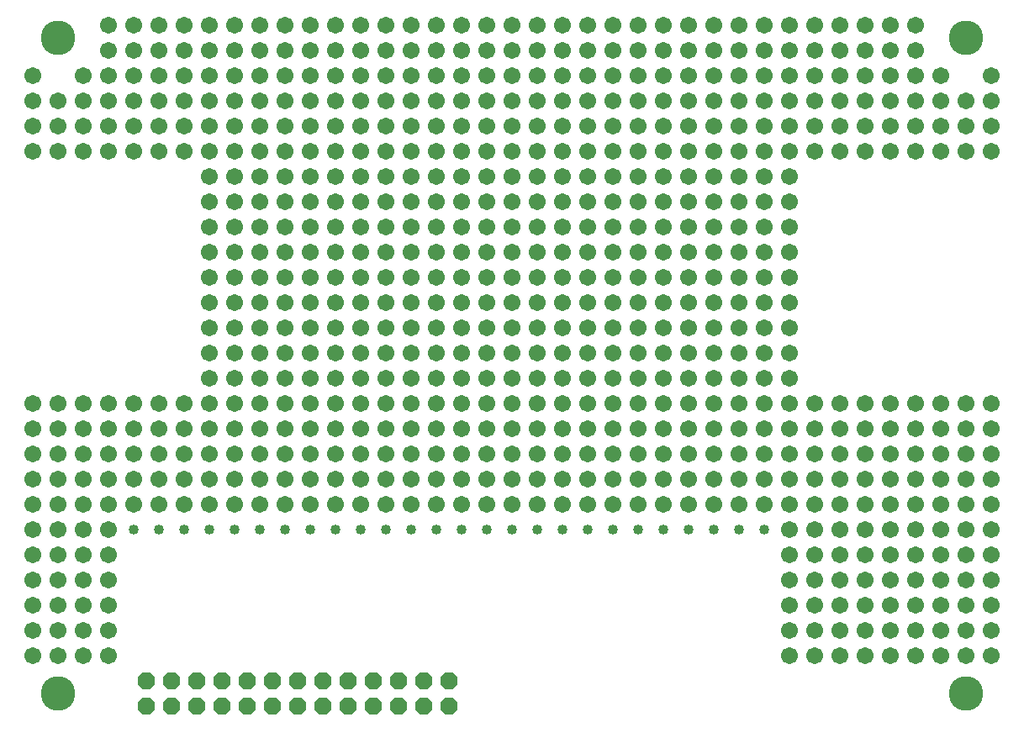
<source format=gts>
G75*
%MOIN*%
%OFA0B0*%
%FSLAX25Y25*%
%IPPOS*%
%LPD*%
%AMOC8*
5,1,8,0,0,1.08239X$1,22.5*
%
%ADD10C,0.13700*%
%ADD11C,0.04000*%
%ADD12OC8,0.06800*%
%ADD13C,0.06706*%
D10*
X0016000Y0041300D03*
X0016000Y0301300D03*
X0376000Y0301300D03*
X0376000Y0041300D03*
D11*
X0296000Y0106300D03*
X0286000Y0106300D03*
X0276000Y0106300D03*
X0266000Y0106300D03*
X0256000Y0106300D03*
X0246000Y0106300D03*
X0236000Y0106300D03*
X0226000Y0106300D03*
X0216000Y0106300D03*
X0206000Y0106300D03*
X0196000Y0106300D03*
X0186000Y0106300D03*
X0176000Y0106300D03*
X0166000Y0106300D03*
X0156000Y0106300D03*
X0146000Y0106300D03*
X0136000Y0106300D03*
X0126000Y0106300D03*
X0116000Y0106300D03*
X0106000Y0106300D03*
X0096000Y0106300D03*
X0086000Y0106300D03*
X0076000Y0106300D03*
X0066000Y0106300D03*
X0056000Y0106300D03*
X0046000Y0106300D03*
D12*
X0051000Y0046300D03*
X0061000Y0046300D03*
X0061000Y0036300D03*
X0051000Y0036300D03*
X0071000Y0036300D03*
X0081000Y0036300D03*
X0081000Y0046300D03*
X0071000Y0046300D03*
X0091000Y0046300D03*
X0101000Y0046300D03*
X0101000Y0036300D03*
X0091000Y0036300D03*
X0111000Y0036300D03*
X0121000Y0036300D03*
X0121000Y0046300D03*
X0111000Y0046300D03*
X0131000Y0046300D03*
X0131000Y0036300D03*
X0141000Y0036300D03*
X0151000Y0036300D03*
X0151000Y0046300D03*
X0141000Y0046300D03*
X0161000Y0046300D03*
X0171000Y0046300D03*
X0171000Y0036300D03*
X0161000Y0036300D03*
D13*
X0156000Y0116300D03*
X0146000Y0116300D03*
X0146000Y0126300D03*
X0156000Y0126300D03*
X0156000Y0136300D03*
X0146000Y0136300D03*
X0136000Y0136300D03*
X0126000Y0136300D03*
X0126000Y0126300D03*
X0136000Y0126300D03*
X0136000Y0116300D03*
X0126000Y0116300D03*
X0116000Y0116300D03*
X0106000Y0116300D03*
X0106000Y0126300D03*
X0116000Y0126300D03*
X0116000Y0136300D03*
X0106000Y0136300D03*
X0096000Y0136300D03*
X0096000Y0126300D03*
X0096000Y0116300D03*
X0086000Y0116300D03*
X0076000Y0116300D03*
X0076000Y0126300D03*
X0086000Y0126300D03*
X0086000Y0136300D03*
X0076000Y0136300D03*
X0066000Y0136300D03*
X0056000Y0136300D03*
X0056000Y0126300D03*
X0066000Y0126300D03*
X0066000Y0116300D03*
X0056000Y0116300D03*
X0046000Y0116300D03*
X0036000Y0116300D03*
X0036000Y0106300D03*
X0036000Y0096300D03*
X0036000Y0086300D03*
X0036000Y0076300D03*
X0026000Y0076300D03*
X0016000Y0076300D03*
X0016000Y0086300D03*
X0026000Y0086300D03*
X0026000Y0096300D03*
X0016000Y0096300D03*
X0016000Y0106300D03*
X0026000Y0106300D03*
X0026000Y0116300D03*
X0016000Y0116300D03*
X0016000Y0126300D03*
X0026000Y0126300D03*
X0026000Y0136300D03*
X0016000Y0136300D03*
X0006000Y0136300D03*
X0006000Y0126300D03*
X0006000Y0116300D03*
X0006000Y0106300D03*
X0006000Y0096300D03*
X0006000Y0086300D03*
X0006000Y0076300D03*
X0006000Y0066300D03*
X0006000Y0056300D03*
X0016000Y0056300D03*
X0026000Y0056300D03*
X0026000Y0066300D03*
X0016000Y0066300D03*
X0036000Y0066300D03*
X0036000Y0056300D03*
X0036000Y0126300D03*
X0046000Y0126300D03*
X0046000Y0136300D03*
X0036000Y0136300D03*
X0036000Y0146300D03*
X0046000Y0146300D03*
X0046000Y0156300D03*
X0036000Y0156300D03*
X0026000Y0156300D03*
X0016000Y0156300D03*
X0016000Y0146300D03*
X0026000Y0146300D03*
X0006000Y0146300D03*
X0006000Y0156300D03*
X0056000Y0156300D03*
X0066000Y0156300D03*
X0066000Y0146300D03*
X0056000Y0146300D03*
X0076000Y0146300D03*
X0086000Y0146300D03*
X0086000Y0156300D03*
X0076000Y0156300D03*
X0076000Y0166300D03*
X0086000Y0166300D03*
X0086000Y0176300D03*
X0076000Y0176300D03*
X0076000Y0186300D03*
X0086000Y0186300D03*
X0086000Y0196300D03*
X0076000Y0196300D03*
X0076000Y0206300D03*
X0086000Y0206300D03*
X0086000Y0216300D03*
X0076000Y0216300D03*
X0076000Y0226300D03*
X0086000Y0226300D03*
X0086000Y0236300D03*
X0076000Y0236300D03*
X0076000Y0246300D03*
X0086000Y0246300D03*
X0086000Y0256300D03*
X0076000Y0256300D03*
X0076000Y0266300D03*
X0086000Y0266300D03*
X0096000Y0266300D03*
X0096000Y0256300D03*
X0096000Y0246300D03*
X0096000Y0236300D03*
X0096000Y0226300D03*
X0096000Y0216300D03*
X0096000Y0206300D03*
X0106000Y0206300D03*
X0116000Y0206300D03*
X0116000Y0216300D03*
X0106000Y0216300D03*
X0106000Y0226300D03*
X0116000Y0226300D03*
X0116000Y0236300D03*
X0106000Y0236300D03*
X0106000Y0246300D03*
X0116000Y0246300D03*
X0116000Y0256300D03*
X0106000Y0256300D03*
X0106000Y0266300D03*
X0116000Y0266300D03*
X0126000Y0266300D03*
X0136000Y0266300D03*
X0136000Y0256300D03*
X0126000Y0256300D03*
X0126000Y0246300D03*
X0136000Y0246300D03*
X0136000Y0236300D03*
X0126000Y0236300D03*
X0126000Y0226300D03*
X0136000Y0226300D03*
X0136000Y0216300D03*
X0126000Y0216300D03*
X0126000Y0206300D03*
X0136000Y0206300D03*
X0146000Y0206300D03*
X0156000Y0206300D03*
X0156000Y0216300D03*
X0146000Y0216300D03*
X0146000Y0226300D03*
X0156000Y0226300D03*
X0156000Y0236300D03*
X0146000Y0236300D03*
X0146000Y0246300D03*
X0156000Y0246300D03*
X0156000Y0256300D03*
X0146000Y0256300D03*
X0146000Y0266300D03*
X0156000Y0266300D03*
X0166000Y0266300D03*
X0166000Y0256300D03*
X0166000Y0246300D03*
X0166000Y0236300D03*
X0166000Y0226300D03*
X0166000Y0216300D03*
X0166000Y0206300D03*
X0176000Y0206300D03*
X0186000Y0206300D03*
X0186000Y0216300D03*
X0176000Y0216300D03*
X0176000Y0226300D03*
X0186000Y0226300D03*
X0186000Y0236300D03*
X0176000Y0236300D03*
X0176000Y0246300D03*
X0186000Y0246300D03*
X0186000Y0256300D03*
X0176000Y0256300D03*
X0176000Y0266300D03*
X0186000Y0266300D03*
X0196000Y0266300D03*
X0206000Y0266300D03*
X0206000Y0256300D03*
X0196000Y0256300D03*
X0196000Y0246300D03*
X0206000Y0246300D03*
X0206000Y0236300D03*
X0196000Y0236300D03*
X0196000Y0226300D03*
X0206000Y0226300D03*
X0206000Y0216300D03*
X0196000Y0216300D03*
X0196000Y0206300D03*
X0206000Y0206300D03*
X0216000Y0206300D03*
X0226000Y0206300D03*
X0226000Y0216300D03*
X0216000Y0216300D03*
X0216000Y0226300D03*
X0226000Y0226300D03*
X0226000Y0236300D03*
X0216000Y0236300D03*
X0216000Y0246300D03*
X0226000Y0246300D03*
X0226000Y0256300D03*
X0216000Y0256300D03*
X0216000Y0266300D03*
X0226000Y0266300D03*
X0236000Y0266300D03*
X0246000Y0266300D03*
X0246000Y0256300D03*
X0236000Y0256300D03*
X0236000Y0246300D03*
X0246000Y0246300D03*
X0246000Y0236300D03*
X0236000Y0236300D03*
X0236000Y0226300D03*
X0246000Y0226300D03*
X0246000Y0216300D03*
X0236000Y0216300D03*
X0236000Y0206300D03*
X0246000Y0206300D03*
X0256000Y0206300D03*
X0256000Y0216300D03*
X0256000Y0226300D03*
X0256000Y0236300D03*
X0256000Y0246300D03*
X0256000Y0256300D03*
X0256000Y0266300D03*
X0266000Y0266300D03*
X0276000Y0266300D03*
X0276000Y0256300D03*
X0266000Y0256300D03*
X0266000Y0246300D03*
X0276000Y0246300D03*
X0276000Y0236300D03*
X0266000Y0236300D03*
X0266000Y0226300D03*
X0276000Y0226300D03*
X0276000Y0216300D03*
X0266000Y0216300D03*
X0266000Y0206300D03*
X0276000Y0206300D03*
X0286000Y0206300D03*
X0296000Y0206300D03*
X0296000Y0216300D03*
X0286000Y0216300D03*
X0286000Y0226300D03*
X0296000Y0226300D03*
X0296000Y0236300D03*
X0286000Y0236300D03*
X0286000Y0246300D03*
X0296000Y0246300D03*
X0296000Y0256300D03*
X0286000Y0256300D03*
X0286000Y0266300D03*
X0296000Y0266300D03*
X0306000Y0266300D03*
X0316000Y0266300D03*
X0316000Y0256300D03*
X0306000Y0256300D03*
X0306000Y0246300D03*
X0306000Y0236300D03*
X0306000Y0226300D03*
X0306000Y0216300D03*
X0306000Y0206300D03*
X0306000Y0196300D03*
X0306000Y0186300D03*
X0306000Y0176300D03*
X0306000Y0166300D03*
X0306000Y0156300D03*
X0316000Y0156300D03*
X0316000Y0146300D03*
X0306000Y0146300D03*
X0296000Y0146300D03*
X0286000Y0146300D03*
X0286000Y0156300D03*
X0296000Y0156300D03*
X0296000Y0166300D03*
X0286000Y0166300D03*
X0286000Y0176300D03*
X0296000Y0176300D03*
X0296000Y0186300D03*
X0286000Y0186300D03*
X0286000Y0196300D03*
X0296000Y0196300D03*
X0276000Y0196300D03*
X0266000Y0196300D03*
X0266000Y0186300D03*
X0276000Y0186300D03*
X0276000Y0176300D03*
X0266000Y0176300D03*
X0266000Y0166300D03*
X0276000Y0166300D03*
X0276000Y0156300D03*
X0266000Y0156300D03*
X0266000Y0146300D03*
X0276000Y0146300D03*
X0276000Y0136300D03*
X0266000Y0136300D03*
X0266000Y0126300D03*
X0276000Y0126300D03*
X0276000Y0116300D03*
X0266000Y0116300D03*
X0256000Y0116300D03*
X0256000Y0126300D03*
X0256000Y0136300D03*
X0246000Y0136300D03*
X0236000Y0136300D03*
X0236000Y0126300D03*
X0246000Y0126300D03*
X0246000Y0116300D03*
X0236000Y0116300D03*
X0226000Y0116300D03*
X0216000Y0116300D03*
X0216000Y0126300D03*
X0226000Y0126300D03*
X0226000Y0136300D03*
X0216000Y0136300D03*
X0206000Y0136300D03*
X0196000Y0136300D03*
X0196000Y0126300D03*
X0206000Y0126300D03*
X0206000Y0116300D03*
X0196000Y0116300D03*
X0186000Y0116300D03*
X0176000Y0116300D03*
X0176000Y0126300D03*
X0186000Y0126300D03*
X0186000Y0136300D03*
X0176000Y0136300D03*
X0166000Y0136300D03*
X0166000Y0126300D03*
X0166000Y0116300D03*
X0166000Y0146300D03*
X0166000Y0156300D03*
X0166000Y0166300D03*
X0166000Y0176300D03*
X0166000Y0186300D03*
X0166000Y0196300D03*
X0156000Y0196300D03*
X0146000Y0196300D03*
X0146000Y0186300D03*
X0156000Y0186300D03*
X0156000Y0176300D03*
X0146000Y0176300D03*
X0146000Y0166300D03*
X0156000Y0166300D03*
X0156000Y0156300D03*
X0146000Y0156300D03*
X0146000Y0146300D03*
X0156000Y0146300D03*
X0136000Y0146300D03*
X0126000Y0146300D03*
X0126000Y0156300D03*
X0136000Y0156300D03*
X0136000Y0166300D03*
X0126000Y0166300D03*
X0126000Y0176300D03*
X0136000Y0176300D03*
X0136000Y0186300D03*
X0126000Y0186300D03*
X0126000Y0196300D03*
X0136000Y0196300D03*
X0116000Y0196300D03*
X0106000Y0196300D03*
X0106000Y0186300D03*
X0116000Y0186300D03*
X0116000Y0176300D03*
X0106000Y0176300D03*
X0106000Y0166300D03*
X0116000Y0166300D03*
X0116000Y0156300D03*
X0106000Y0156300D03*
X0106000Y0146300D03*
X0116000Y0146300D03*
X0096000Y0146300D03*
X0096000Y0156300D03*
X0096000Y0166300D03*
X0096000Y0176300D03*
X0096000Y0186300D03*
X0096000Y0196300D03*
X0066000Y0256300D03*
X0056000Y0256300D03*
X0056000Y0266300D03*
X0066000Y0266300D03*
X0066000Y0276300D03*
X0056000Y0276300D03*
X0056000Y0286300D03*
X0066000Y0286300D03*
X0066000Y0296300D03*
X0056000Y0296300D03*
X0056000Y0306300D03*
X0066000Y0306300D03*
X0076000Y0306300D03*
X0086000Y0306300D03*
X0086000Y0296300D03*
X0076000Y0296300D03*
X0076000Y0286300D03*
X0086000Y0286300D03*
X0086000Y0276300D03*
X0076000Y0276300D03*
X0096000Y0276300D03*
X0096000Y0286300D03*
X0096000Y0296300D03*
X0096000Y0306300D03*
X0106000Y0306300D03*
X0116000Y0306300D03*
X0116000Y0296300D03*
X0106000Y0296300D03*
X0106000Y0286300D03*
X0116000Y0286300D03*
X0116000Y0276300D03*
X0106000Y0276300D03*
X0126000Y0276300D03*
X0136000Y0276300D03*
X0136000Y0286300D03*
X0126000Y0286300D03*
X0126000Y0296300D03*
X0136000Y0296300D03*
X0136000Y0306300D03*
X0126000Y0306300D03*
X0146000Y0306300D03*
X0156000Y0306300D03*
X0156000Y0296300D03*
X0146000Y0296300D03*
X0146000Y0286300D03*
X0156000Y0286300D03*
X0156000Y0276300D03*
X0146000Y0276300D03*
X0166000Y0276300D03*
X0166000Y0286300D03*
X0166000Y0296300D03*
X0166000Y0306300D03*
X0176000Y0306300D03*
X0186000Y0306300D03*
X0186000Y0296300D03*
X0176000Y0296300D03*
X0176000Y0286300D03*
X0186000Y0286300D03*
X0186000Y0276300D03*
X0176000Y0276300D03*
X0196000Y0276300D03*
X0206000Y0276300D03*
X0206000Y0286300D03*
X0196000Y0286300D03*
X0196000Y0296300D03*
X0206000Y0296300D03*
X0206000Y0306300D03*
X0196000Y0306300D03*
X0216000Y0306300D03*
X0226000Y0306300D03*
X0226000Y0296300D03*
X0216000Y0296300D03*
X0216000Y0286300D03*
X0226000Y0286300D03*
X0226000Y0276300D03*
X0216000Y0276300D03*
X0236000Y0276300D03*
X0246000Y0276300D03*
X0246000Y0286300D03*
X0236000Y0286300D03*
X0236000Y0296300D03*
X0246000Y0296300D03*
X0246000Y0306300D03*
X0236000Y0306300D03*
X0256000Y0306300D03*
X0256000Y0296300D03*
X0256000Y0286300D03*
X0256000Y0276300D03*
X0266000Y0276300D03*
X0276000Y0276300D03*
X0276000Y0286300D03*
X0266000Y0286300D03*
X0266000Y0296300D03*
X0276000Y0296300D03*
X0276000Y0306300D03*
X0266000Y0306300D03*
X0286000Y0306300D03*
X0296000Y0306300D03*
X0296000Y0296300D03*
X0286000Y0296300D03*
X0286000Y0286300D03*
X0296000Y0286300D03*
X0296000Y0276300D03*
X0286000Y0276300D03*
X0306000Y0276300D03*
X0316000Y0276300D03*
X0316000Y0286300D03*
X0306000Y0286300D03*
X0306000Y0296300D03*
X0316000Y0296300D03*
X0316000Y0306300D03*
X0306000Y0306300D03*
X0326000Y0306300D03*
X0336000Y0306300D03*
X0336000Y0296300D03*
X0326000Y0296300D03*
X0326000Y0286300D03*
X0336000Y0286300D03*
X0336000Y0276300D03*
X0326000Y0276300D03*
X0326000Y0266300D03*
X0336000Y0266300D03*
X0336000Y0256300D03*
X0326000Y0256300D03*
X0346000Y0256300D03*
X0346000Y0266300D03*
X0356000Y0266300D03*
X0366000Y0266300D03*
X0366000Y0256300D03*
X0356000Y0256300D03*
X0376000Y0256300D03*
X0386000Y0256300D03*
X0386000Y0266300D03*
X0376000Y0266300D03*
X0376000Y0276300D03*
X0386000Y0276300D03*
X0386000Y0286300D03*
X0366000Y0286300D03*
X0356000Y0286300D03*
X0356000Y0276300D03*
X0366000Y0276300D03*
X0346000Y0276300D03*
X0346000Y0286300D03*
X0346000Y0296300D03*
X0346000Y0306300D03*
X0356000Y0306300D03*
X0356000Y0296300D03*
X0256000Y0196300D03*
X0256000Y0186300D03*
X0256000Y0176300D03*
X0256000Y0166300D03*
X0256000Y0156300D03*
X0256000Y0146300D03*
X0246000Y0146300D03*
X0236000Y0146300D03*
X0236000Y0156300D03*
X0246000Y0156300D03*
X0246000Y0166300D03*
X0236000Y0166300D03*
X0236000Y0176300D03*
X0246000Y0176300D03*
X0246000Y0186300D03*
X0236000Y0186300D03*
X0236000Y0196300D03*
X0246000Y0196300D03*
X0226000Y0196300D03*
X0216000Y0196300D03*
X0216000Y0186300D03*
X0226000Y0186300D03*
X0226000Y0176300D03*
X0216000Y0176300D03*
X0216000Y0166300D03*
X0226000Y0166300D03*
X0226000Y0156300D03*
X0216000Y0156300D03*
X0216000Y0146300D03*
X0226000Y0146300D03*
X0206000Y0146300D03*
X0196000Y0146300D03*
X0196000Y0156300D03*
X0206000Y0156300D03*
X0206000Y0166300D03*
X0196000Y0166300D03*
X0196000Y0176300D03*
X0206000Y0176300D03*
X0206000Y0186300D03*
X0196000Y0186300D03*
X0196000Y0196300D03*
X0206000Y0196300D03*
X0186000Y0196300D03*
X0176000Y0196300D03*
X0176000Y0186300D03*
X0186000Y0186300D03*
X0186000Y0176300D03*
X0176000Y0176300D03*
X0176000Y0166300D03*
X0186000Y0166300D03*
X0186000Y0156300D03*
X0176000Y0156300D03*
X0176000Y0146300D03*
X0186000Y0146300D03*
X0286000Y0136300D03*
X0296000Y0136300D03*
X0296000Y0126300D03*
X0286000Y0126300D03*
X0286000Y0116300D03*
X0296000Y0116300D03*
X0306000Y0116300D03*
X0316000Y0116300D03*
X0316000Y0106300D03*
X0306000Y0106300D03*
X0306000Y0096300D03*
X0316000Y0096300D03*
X0316000Y0086300D03*
X0306000Y0086300D03*
X0306000Y0076300D03*
X0316000Y0076300D03*
X0326000Y0076300D03*
X0336000Y0076300D03*
X0336000Y0086300D03*
X0326000Y0086300D03*
X0326000Y0096300D03*
X0336000Y0096300D03*
X0336000Y0106300D03*
X0326000Y0106300D03*
X0326000Y0116300D03*
X0336000Y0116300D03*
X0336000Y0126300D03*
X0326000Y0126300D03*
X0326000Y0136300D03*
X0336000Y0136300D03*
X0346000Y0136300D03*
X0346000Y0126300D03*
X0346000Y0116300D03*
X0346000Y0106300D03*
X0346000Y0096300D03*
X0346000Y0086300D03*
X0346000Y0076300D03*
X0356000Y0076300D03*
X0366000Y0076300D03*
X0366000Y0086300D03*
X0356000Y0086300D03*
X0356000Y0096300D03*
X0366000Y0096300D03*
X0366000Y0106300D03*
X0356000Y0106300D03*
X0356000Y0116300D03*
X0366000Y0116300D03*
X0366000Y0126300D03*
X0356000Y0126300D03*
X0356000Y0136300D03*
X0366000Y0136300D03*
X0376000Y0136300D03*
X0386000Y0136300D03*
X0386000Y0126300D03*
X0376000Y0126300D03*
X0376000Y0116300D03*
X0386000Y0116300D03*
X0386000Y0106300D03*
X0376000Y0106300D03*
X0376000Y0096300D03*
X0386000Y0096300D03*
X0386000Y0086300D03*
X0376000Y0086300D03*
X0376000Y0076300D03*
X0386000Y0076300D03*
X0386000Y0066300D03*
X0376000Y0066300D03*
X0376000Y0056300D03*
X0386000Y0056300D03*
X0366000Y0056300D03*
X0356000Y0056300D03*
X0356000Y0066300D03*
X0366000Y0066300D03*
X0346000Y0066300D03*
X0346000Y0056300D03*
X0336000Y0056300D03*
X0326000Y0056300D03*
X0326000Y0066300D03*
X0336000Y0066300D03*
X0316000Y0066300D03*
X0306000Y0066300D03*
X0306000Y0056300D03*
X0316000Y0056300D03*
X0316000Y0126300D03*
X0306000Y0126300D03*
X0306000Y0136300D03*
X0316000Y0136300D03*
X0326000Y0146300D03*
X0336000Y0146300D03*
X0336000Y0156300D03*
X0326000Y0156300D03*
X0346000Y0156300D03*
X0346000Y0146300D03*
X0356000Y0146300D03*
X0366000Y0146300D03*
X0366000Y0156300D03*
X0356000Y0156300D03*
X0376000Y0156300D03*
X0386000Y0156300D03*
X0386000Y0146300D03*
X0376000Y0146300D03*
X0046000Y0256300D03*
X0036000Y0256300D03*
X0036000Y0266300D03*
X0046000Y0266300D03*
X0046000Y0276300D03*
X0036000Y0276300D03*
X0036000Y0286300D03*
X0046000Y0286300D03*
X0046000Y0296300D03*
X0036000Y0296300D03*
X0036000Y0306300D03*
X0046000Y0306300D03*
X0026000Y0286300D03*
X0026000Y0276300D03*
X0016000Y0276300D03*
X0006000Y0276300D03*
X0006000Y0286300D03*
X0006000Y0266300D03*
X0006000Y0256300D03*
X0016000Y0256300D03*
X0026000Y0256300D03*
X0026000Y0266300D03*
X0016000Y0266300D03*
M02*

</source>
